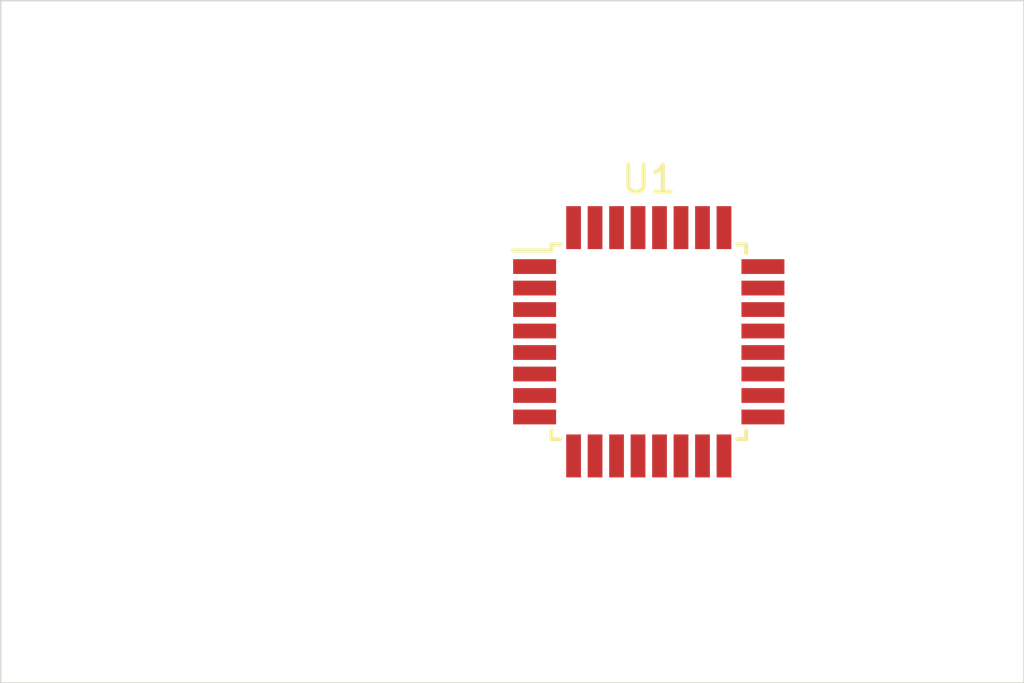
<source format=kicad_pcb>
(kicad_pcb (version 20171130) (host pcbnew 5.1.2-f72e74a~84~ubuntu19.04.1)

  (general
    (thickness 1.6)
    (drawings 4)
    (tracks 0)
    (zones 0)
    (modules 1)
    (nets 29)
  )

  (page A4)
  (layers
    (0 F.Cu signal)
    (31 B.Cu signal)
    (32 B.Adhes user)
    (33 F.Adhes user)
    (34 B.Paste user)
    (35 F.Paste user)
    (36 B.SilkS user)
    (37 F.SilkS user)
    (38 B.Mask user)
    (39 F.Mask user)
    (40 Dwgs.User user)
    (41 Cmts.User user)
    (42 Eco1.User user)
    (43 Eco2.User user)
    (44 Edge.Cuts user)
    (45 Margin user)
    (46 B.CrtYd user)
    (47 F.CrtYd user)
    (48 B.Fab user)
    (49 F.Fab user)
  )

  (setup
    (last_trace_width 0.25)
    (trace_clearance 0.2)
    (zone_clearance 0.508)
    (zone_45_only no)
    (trace_min 0.2)
    (via_size 0.8)
    (via_drill 0.4)
    (via_min_size 0.4)
    (via_min_drill 0.3)
    (uvia_size 0.3)
    (uvia_drill 0.1)
    (uvias_allowed no)
    (uvia_min_size 0.2)
    (uvia_min_drill 0.1)
    (edge_width 0.05)
    (segment_width 0.2)
    (pcb_text_width 0.3)
    (pcb_text_size 1.5 1.5)
    (mod_edge_width 0.12)
    (mod_text_size 1 1)
    (mod_text_width 0.15)
    (pad_size 1.524 1.524)
    (pad_drill 0.762)
    (pad_to_mask_clearance 0.051)
    (solder_mask_min_width 0.25)
    (aux_axis_origin 0 0)
    (visible_elements FFFFFF7F)
    (pcbplotparams
      (layerselection 0x010fc_ffffffff)
      (usegerberextensions false)
      (usegerberattributes false)
      (usegerberadvancedattributes false)
      (creategerberjobfile false)
      (excludeedgelayer true)
      (linewidth 0.100000)
      (plotframeref false)
      (viasonmask false)
      (mode 1)
      (useauxorigin false)
      (hpglpennumber 1)
      (hpglpenspeed 20)
      (hpglpendiameter 15.000000)
      (psnegative false)
      (psa4output false)
      (plotreference true)
      (plotvalue true)
      (plotinvisibletext false)
      (padsonsilk false)
      (subtractmaskfromsilk false)
      (outputformat 1)
      (mirror false)
      (drillshape 1)
      (scaleselection 1)
      (outputdirectory ""))
  )

  (net 0 "")
  (net 1 "Net-(U1-Pad1)")
  (net 2 "Net-(U1-Pad2)")
  (net 3 GND)
  (net 4 VDD)
  (net 5 "Net-(U1-Pad7)")
  (net 6 "Net-(U1-Pad8)")
  (net 7 "Net-(U1-Pad9)")
  (net 8 "Net-(U1-Pad10)")
  (net 9 "Net-(U1-Pad11)")
  (net 10 "Net-(U1-Pad12)")
  (net 11 "Net-(U1-Pad13)")
  (net 12 "Net-(U1-Pad14)")
  (net 13 "Net-(U1-Pad15)")
  (net 14 "Net-(U1-Pad16)")
  (net 15 "Net-(U1-Pad17)")
  (net 16 "Net-(U1-Pad19)")
  (net 17 "Net-(U1-Pad20)")
  (net 18 "Net-(U1-Pad22)")
  (net 19 "Net-(U1-Pad23)")
  (net 20 "Net-(U1-Pad24)")
  (net 21 "Net-(U1-Pad25)")
  (net 22 "Net-(U1-Pad26)")
  (net 23 "Net-(U1-Pad27)")
  (net 24 "Net-(U1-Pad28)")
  (net 25 "Net-(U1-Pad29)")
  (net 26 "Net-(U1-Pad30)")
  (net 27 "Net-(U1-Pad31)")
  (net 28 "Net-(U1-Pad32)")

  (net_class Default "This is the default net class."
    (clearance 0.2)
    (trace_width 0.25)
    (via_dia 0.8)
    (via_drill 0.4)
    (uvia_dia 0.3)
    (uvia_drill 0.1)
    (add_net GND)
    (add_net "Net-(U1-Pad1)")
    (add_net "Net-(U1-Pad10)")
    (add_net "Net-(U1-Pad11)")
    (add_net "Net-(U1-Pad12)")
    (add_net "Net-(U1-Pad13)")
    (add_net "Net-(U1-Pad14)")
    (add_net "Net-(U1-Pad15)")
    (add_net "Net-(U1-Pad16)")
    (add_net "Net-(U1-Pad17)")
    (add_net "Net-(U1-Pad19)")
    (add_net "Net-(U1-Pad2)")
    (add_net "Net-(U1-Pad20)")
    (add_net "Net-(U1-Pad22)")
    (add_net "Net-(U1-Pad23)")
    (add_net "Net-(U1-Pad24)")
    (add_net "Net-(U1-Pad25)")
    (add_net "Net-(U1-Pad26)")
    (add_net "Net-(U1-Pad27)")
    (add_net "Net-(U1-Pad28)")
    (add_net "Net-(U1-Pad29)")
    (add_net "Net-(U1-Pad30)")
    (add_net "Net-(U1-Pad31)")
    (add_net "Net-(U1-Pad32)")
    (add_net "Net-(U1-Pad7)")
    (add_net "Net-(U1-Pad8)")
    (add_net "Net-(U1-Pad9)")
    (add_net VDD)
  )

  (module Package_QFP:TQFP-32_7x7mm_P0.8mm (layer F.Cu) (tedit 5A02F146) (tstamp 5CC5C025)
    (at 151.13 101.6)
    (descr "32-Lead Plastic Thin Quad Flatpack (PT) - 7x7x1.0 mm Body, 2.00 mm [TQFP] (see Microchip Packaging Specification 00000049BS.pdf)")
    (tags "QFP 0.8")
    (path /5CC5BECE)
    (attr smd)
    (fp_text reference U1 (at 0 -6.05) (layer F.SilkS)
      (effects (font (size 1 1) (thickness 0.15)))
    )
    (fp_text value ATmega8A-AU (at 0 6.05) (layer F.Fab)
      (effects (font (size 1 1) (thickness 0.15)))
    )
    (fp_text user %R (at 0 0) (layer F.Fab)
      (effects (font (size 1 1) (thickness 0.15)))
    )
    (fp_line (start -2.5 -3.5) (end 3.5 -3.5) (layer F.Fab) (width 0.15))
    (fp_line (start 3.5 -3.5) (end 3.5 3.5) (layer F.Fab) (width 0.15))
    (fp_line (start 3.5 3.5) (end -3.5 3.5) (layer F.Fab) (width 0.15))
    (fp_line (start -3.5 3.5) (end -3.5 -2.5) (layer F.Fab) (width 0.15))
    (fp_line (start -3.5 -2.5) (end -2.5 -3.5) (layer F.Fab) (width 0.15))
    (fp_line (start -5.3 -5.3) (end -5.3 5.3) (layer F.CrtYd) (width 0.05))
    (fp_line (start 5.3 -5.3) (end 5.3 5.3) (layer F.CrtYd) (width 0.05))
    (fp_line (start -5.3 -5.3) (end 5.3 -5.3) (layer F.CrtYd) (width 0.05))
    (fp_line (start -5.3 5.3) (end 5.3 5.3) (layer F.CrtYd) (width 0.05))
    (fp_line (start -3.625 -3.625) (end -3.625 -3.4) (layer F.SilkS) (width 0.15))
    (fp_line (start 3.625 -3.625) (end 3.625 -3.3) (layer F.SilkS) (width 0.15))
    (fp_line (start 3.625 3.625) (end 3.625 3.3) (layer F.SilkS) (width 0.15))
    (fp_line (start -3.625 3.625) (end -3.625 3.3) (layer F.SilkS) (width 0.15))
    (fp_line (start -3.625 -3.625) (end -3.3 -3.625) (layer F.SilkS) (width 0.15))
    (fp_line (start -3.625 3.625) (end -3.3 3.625) (layer F.SilkS) (width 0.15))
    (fp_line (start 3.625 3.625) (end 3.3 3.625) (layer F.SilkS) (width 0.15))
    (fp_line (start 3.625 -3.625) (end 3.3 -3.625) (layer F.SilkS) (width 0.15))
    (fp_line (start -3.625 -3.4) (end -5.05 -3.4) (layer F.SilkS) (width 0.15))
    (pad 1 smd rect (at -4.25 -2.8) (size 1.6 0.55) (layers F.Cu F.Paste F.Mask)
      (net 1 "Net-(U1-Pad1)"))
    (pad 2 smd rect (at -4.25 -2) (size 1.6 0.55) (layers F.Cu F.Paste F.Mask)
      (net 2 "Net-(U1-Pad2)"))
    (pad 3 smd rect (at -4.25 -1.2) (size 1.6 0.55) (layers F.Cu F.Paste F.Mask)
      (net 3 GND))
    (pad 4 smd rect (at -4.25 -0.4) (size 1.6 0.55) (layers F.Cu F.Paste F.Mask)
      (net 4 VDD))
    (pad 5 smd rect (at -4.25 0.4) (size 1.6 0.55) (layers F.Cu F.Paste F.Mask)
      (net 3 GND))
    (pad 6 smd rect (at -4.25 1.2) (size 1.6 0.55) (layers F.Cu F.Paste F.Mask)
      (net 4 VDD))
    (pad 7 smd rect (at -4.25 2) (size 1.6 0.55) (layers F.Cu F.Paste F.Mask)
      (net 5 "Net-(U1-Pad7)"))
    (pad 8 smd rect (at -4.25 2.8) (size 1.6 0.55) (layers F.Cu F.Paste F.Mask)
      (net 6 "Net-(U1-Pad8)"))
    (pad 9 smd rect (at -2.8 4.25 90) (size 1.6 0.55) (layers F.Cu F.Paste F.Mask)
      (net 7 "Net-(U1-Pad9)"))
    (pad 10 smd rect (at -2 4.25 90) (size 1.6 0.55) (layers F.Cu F.Paste F.Mask)
      (net 8 "Net-(U1-Pad10)"))
    (pad 11 smd rect (at -1.2 4.25 90) (size 1.6 0.55) (layers F.Cu F.Paste F.Mask)
      (net 9 "Net-(U1-Pad11)"))
    (pad 12 smd rect (at -0.4 4.25 90) (size 1.6 0.55) (layers F.Cu F.Paste F.Mask)
      (net 10 "Net-(U1-Pad12)"))
    (pad 13 smd rect (at 0.4 4.25 90) (size 1.6 0.55) (layers F.Cu F.Paste F.Mask)
      (net 11 "Net-(U1-Pad13)"))
    (pad 14 smd rect (at 1.2 4.25 90) (size 1.6 0.55) (layers F.Cu F.Paste F.Mask)
      (net 12 "Net-(U1-Pad14)"))
    (pad 15 smd rect (at 2 4.25 90) (size 1.6 0.55) (layers F.Cu F.Paste F.Mask)
      (net 13 "Net-(U1-Pad15)"))
    (pad 16 smd rect (at 2.8 4.25 90) (size 1.6 0.55) (layers F.Cu F.Paste F.Mask)
      (net 14 "Net-(U1-Pad16)"))
    (pad 17 smd rect (at 4.25 2.8) (size 1.6 0.55) (layers F.Cu F.Paste F.Mask)
      (net 15 "Net-(U1-Pad17)"))
    (pad 18 smd rect (at 4.25 2) (size 1.6 0.55) (layers F.Cu F.Paste F.Mask)
      (net 4 VDD))
    (pad 19 smd rect (at 4.25 1.2) (size 1.6 0.55) (layers F.Cu F.Paste F.Mask)
      (net 16 "Net-(U1-Pad19)"))
    (pad 20 smd rect (at 4.25 0.4) (size 1.6 0.55) (layers F.Cu F.Paste F.Mask)
      (net 17 "Net-(U1-Pad20)"))
    (pad 21 smd rect (at 4.25 -0.4) (size 1.6 0.55) (layers F.Cu F.Paste F.Mask)
      (net 3 GND))
    (pad 22 smd rect (at 4.25 -1.2) (size 1.6 0.55) (layers F.Cu F.Paste F.Mask)
      (net 18 "Net-(U1-Pad22)"))
    (pad 23 smd rect (at 4.25 -2) (size 1.6 0.55) (layers F.Cu F.Paste F.Mask)
      (net 19 "Net-(U1-Pad23)"))
    (pad 24 smd rect (at 4.25 -2.8) (size 1.6 0.55) (layers F.Cu F.Paste F.Mask)
      (net 20 "Net-(U1-Pad24)"))
    (pad 25 smd rect (at 2.8 -4.25 90) (size 1.6 0.55) (layers F.Cu F.Paste F.Mask)
      (net 21 "Net-(U1-Pad25)"))
    (pad 26 smd rect (at 2 -4.25 90) (size 1.6 0.55) (layers F.Cu F.Paste F.Mask)
      (net 22 "Net-(U1-Pad26)"))
    (pad 27 smd rect (at 1.2 -4.25 90) (size 1.6 0.55) (layers F.Cu F.Paste F.Mask)
      (net 23 "Net-(U1-Pad27)"))
    (pad 28 smd rect (at 0.4 -4.25 90) (size 1.6 0.55) (layers F.Cu F.Paste F.Mask)
      (net 24 "Net-(U1-Pad28)"))
    (pad 29 smd rect (at -0.4 -4.25 90) (size 1.6 0.55) (layers F.Cu F.Paste F.Mask)
      (net 25 "Net-(U1-Pad29)"))
    (pad 30 smd rect (at -1.2 -4.25 90) (size 1.6 0.55) (layers F.Cu F.Paste F.Mask)
      (net 26 "Net-(U1-Pad30)"))
    (pad 31 smd rect (at -2 -4.25 90) (size 1.6 0.55) (layers F.Cu F.Paste F.Mask)
      (net 27 "Net-(U1-Pad31)"))
    (pad 32 smd rect (at -2.8 -4.25 90) (size 1.6 0.55) (layers F.Cu F.Paste F.Mask)
      (net 28 "Net-(U1-Pad32)"))
    (model ${KISYS3DMOD}/Package_QFP.3dshapes/TQFP-32_7x7mm_P0.8mm.wrl
      (at (xyz 0 0 0))
      (scale (xyz 1 1 1))
      (rotate (xyz 0 0 0))
    )
  )

  (gr_line (start 127 114.3) (end 127 88.9) (layer Edge.Cuts) (width 0.05) (tstamp 5CC5C092))
  (gr_line (start 165.1 114.3) (end 127 114.3) (layer Edge.Cuts) (width 0.05))
  (gr_line (start 165.1 88.9) (end 165.1 114.3) (layer Edge.Cuts) (width 0.05))
  (gr_line (start 127 88.9) (end 165.1 88.9) (layer Edge.Cuts) (width 0.05))

)

</source>
